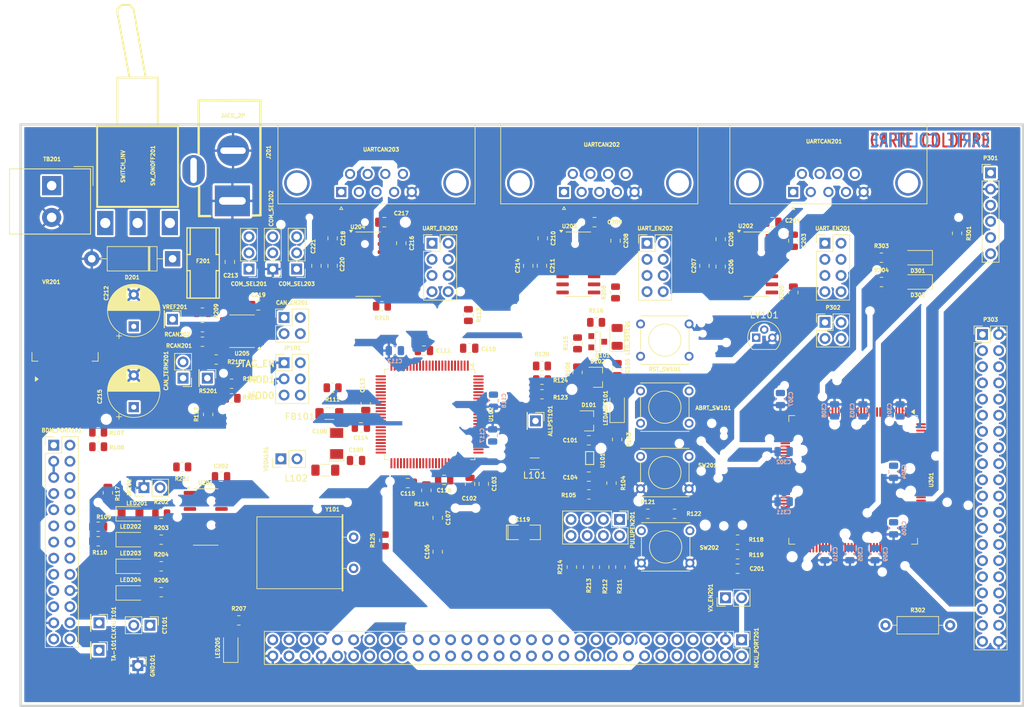
<source format=kicad_pcb>
(kicad_pcb (version 20241229) (generator "pcbnew") (generator_version "9.0")
  (title_block (title "Demo Kicad") (date "2015-10-09") (rev "2"))
  (layers (0 "F.Cu" signal "Top_layer") (4 "In1.Cu" signal) (6 "In2.Cu" signal) (2 "B.Cu" signal) (13 "F.Paste" user) (15 "B.Paste" user) (5 "F.SilkS" user "F.Silkscreen") (7 "B.SilkS" user "B.Silkscreen") (1 "F.Mask" user) (3 "B.Mask" user) (25 "Edge.Cuts" user))
  (net 0 "")
  (net 1 "/ALLPST")
  (net 2 "/AN2")
  (net 3 "/AN3")
  (net 4 "/AN4")
  (net 5 "/AN6")
  (net 6 "/BKPT-")
  (net 7 "Net-(BDM_PORT101-P22-Pad26)")
  (net 8 "/CLKMOD0")
  (net 9 "/CLKMOD1")
  (net 10 "/DDAT0")
  (net 11 "/DDAT1")
  (net 12 "/DDAT2")
  (net 13 "/DDAT3")
  (net 14 "/DSCLK")
  (net 15 "/DSI")
  (net 16 "/DSO")
  (net 17 "/DTIN1")
  (net 18 "/GPT1")
  (net 19 "/GPT3")
  (net 20 "/IRQ-5")
  (net 21 "/IRQ-6")
  (net 22 "/IRQ-7")
  (net 23 "/JTAG_EN")
  (net 24 "/PST0")
  (net 25 "/PST1")
  (net 26 "/PST2")
  (net 27 "/PST3")
  (net 28 "/QSPI_CS3")
  (net 29 "/TCLK")
  (net 30 "/VDDPLL")
  (net 31 "/inout_user/CAN_H")
  (net 32 "/inout_user/CAN_L")
  (net 33 "/inout_user/CTS0")
  (net 34 "/inout_user/CTS1")
  (net 35 "Net-(BDM_PORT101-P6)")
  (net 36 "/inout_user/RTS0")
  (net 37 "/inout_user/RTS1")
  (net 38 "/inout_user/RTS2")
  (net 39 "/inout_user/RXD0")
  (net 40 "/inout_user/RXD1")
  (net 41 "/inout_user/RXD2")
  (net 42 "/inout_user/RxD_CAN")
  (net 43 "/inout_user/TXD0")
  (net 44 "/inout_user/TXD1")
  (net 46 "/inout_user/TxD_CAN")
  (net 47 "/xilinx/+3,3V_OUT")
  (net 48 "/xilinx/LED_TEST1")
  (net 49 "/xilinx/LED_TEST2")
  (net 50 "/xilinx/TCK")
  (net 51 "/xilinx/TDI")
  (net 52 "/xilinx/TDO")
  (net 53 "/xilinx/TMS")
  (net 54 "/xilinx/XIL_D0")
  (net 55 "/xilinx/XIL_D1")
  (net 56 "/xilinx/XIL_D10")
  (net 57 "/xilinx/XIL_D11")
  (net 58 "/xilinx/XIL_D12")
  (net 59 "/xilinx/XIL_D13")
  (net 60 "/xilinx/XIL_D14")
  (net 61 "/xilinx/XIL_D15")
  (net 62 "/xilinx/XIL_D16")
  (net 63 "/xilinx/XIL_D17")
  (net 64 "/xilinx/XIL_D18")
  (net 65 "/xilinx/XIL_D19")
  (net 66 "/xilinx/XIL_D2")
  (net 67 "/xilinx/XIL_D20")
  (net 68 "/xilinx/XIL_D21")
  (net 69 "/xilinx/XIL_D22")
  (net 70 "/xilinx/XIL_D23")
  (net 71 "/xilinx/XIL_D24")
  (net 72 "/xilinx/XIL_D25")
  (net 73 "/xilinx/XIL_D26")
  (net 74 "/xilinx/XIL_D27")
  (net 75 "/xilinx/XIL_D28")
  (net 76 "/xilinx/XIL_D29")
  (net 77 "/xilinx/XIL_D3")
  (net 78 "/xilinx/XIL_D30")
  (net 79 "/xilinx/XIL_D31")
  (net 80 "/xilinx/XIL_D32")
  (net 81 "/xilinx/XIL_D33")
  (net 82 "/xilinx/XIL_D34")
  (net 83 "/xilinx/XIL_D35")
  (net 84 "/xilinx/XIL_D36")
  (net 85 "/xilinx/XIL_D4")
  (net 86 "/xilinx/XIL_D5")
  (net 87 "/xilinx/XIL_D6")
  (net 88 "/xilinx/XIL_D7")
  (net 89 "/xilinx/XIL_D8")
  (net 90 "/xilinx/XIL_D9")
  (net 91 "GND")
  (net 92 "GNDA")
  (net 93 "/AN0")
  (net 94 "/AN1")
  (net 95 "/QSPI_CS0")
  (net 96 "/AN5")
  (net 97 "/AN7")
  (net 98 "/IRQ-4")
  (net 99 "/DTIN0")
  (net 100 "/DTIN2")
  (net 101 "/DTIN3")
  (net 102 "/GPT0")
  (net 103 "/GPT2")
  (net 104 "+3.3V")
  (net 105 "/VCCA")
  (net 106 "/IRQ-1")
  (net 107 "/IRQ-2")
  (net 108 "/IRQ-3")
  (net 109 "/XTAL")
  (net 110 "/RCON-")
  (net 111 "/RSTO-")
  (net 112 "/RSTI-")
  (net 113 "/QSPI_CS1")
  (net 114 "/URTS1")
  (net 115 "/UCTS1")
  (net 116 "/QSPI_CLK")
  (net 117 "/DSPI_DOUT")
  (net 118 "/QSPI_DIN")
  (net 119 "/QSPI_CS2")
  (net 120 "/URXD1")
  (net 121 "/UTXD1")
  (net 122 "/PWM7")
  (net 123 "/PWM5")
  (net 124 "/PWM1")
  (net 125 "/PWM3")
  (net 126 "/URTS2")
  (net 127 "/UTXD2")
  (net 128 "/URXD2")
  (net 129 "/UCTS2")
  (net 130 "/CANRX")
  (net 131 "/CANTX")
  (net 132 "/URTS0")
  (net 133 "/UTXD0")
  (net 134 "/URXD0")
  (net 135 "/UCTS0")
  (net 136 "Net-(ABRT_SW101-Pad1)")
  (net 139 "Net-(C104-Pad1)")
  (net 140 "Net-(D102-K)")
  (net 141 "Net-(MCU_PORT201-P1)")
  (net 142 "Net-(U202-V+)")
  (net 143 "Net-(U202-C1+)")
  (net 144 "Net-(U202-C1-)")
  (net 145 "Net-(U202-C2+)")
  (net 146 "Net-(U202-C2-)")
  (net 147 "Net-(U202-V-)")
  (net 148 "Net-(U203-V+)")
  (net 149 "Net-(U203-C1+)")
  (net 150 "Net-(U203-C1-)")
  (net 151 "Net-(U203-C2+)")
  (net 152 "Net-(U203-C2-)")
  (net 153 "Net-(D201-K)")
  (net 154 "Net-(U203-V-)")
  (net 155 "Net-(U204-V+)")
  (net 156 "Net-(U204-C1+)")
  (net 157 "Net-(U204-C1-)")
  (net 158 "Net-(U204-C2+)")
  (net 159 "Net-(U204-C2-)")
  (net 160 "Net-(U204-V-)")
  (net 161 "Net-(CAN_TERM201-Pad2)")
  (net 162 "Net-(COM_SEL201-P3)")
  (net 163 "Net-(COM_SEL202-P3)")
  (net 164 "Net-(COM_SEL203-P3)")
  (net 165 "Net-(D101-K)")
  (net 166 "Net-(D301-A)")
  (net 167 "Net-(D302-A)")
  (net 168 "Net-(F201-Pad1)")
  (net 169 "Net-(TB201-P1)")
  (net 170 "Net-(L102-Pad1)")
  (net 171 "Net-(U201A-E)")
  (net 172 "Net-(LED201-A)")
  (net 173 "Net-(LED202-A)")
  (net 174 "Net-(LED203-A)")
  (net 175 "Net-(LED204-A)")
  (net 176 "Net-(LED205-A)")
  (net 177 "Net-(LEDABRT101-K)")
  (net 178 "Net-(LED_RST101-A)")
  (net 179 "Net-(PULUPEN201-Pad8)")
  (net 180 "Net-(PULUPEN201-Pad6)")
  (net 181 "Net-(PULUPEN201-Pad4)")
  (net 182 "Net-(PULUPEN201-Pad2)")
  (net 183 "Net-(U301-P11)")
  (net 184 "Net-(U301-P4)")
  (net 185 "Net-(Q101-B)")
  (net 186 "Net-(Q101-C)")
  (net 187 "Net-(U102-TEST)")
  (net 188 "Net-(U102-TCLK{slash}PSTCLK{slash}CLKOUT)")
  (net 189 "Net-(U201A-O)")
  (net 190 "Net-(U201B-O)")
  (net 191 "Net-(U201D-O)")
  (net 192 "Net-(U202-T2IN)")
  (net 193 "Net-(U201C-O)")
  (net 194 "Net-(U203-T2IN)")
  (net 195 "Net-(U205-Rsl)")
  (net 196 "Net-(U204-T1IN)")
  (net 197 "Net-(U202-R2OUT)")
  (net 198 "Net-(U202-T1IN)")
  (net 199 "Net-(U202-R1OUT)")
  (net 200 "Net-(U203-R2OUT)")
  (net 201 "Net-(U203-T1IN)")
  (net 202 "Net-(U203-R1OUT)")
  (net 203 "Net-(U204-R2OUT)")
  (net 204 "Net-(U204-T2IN)")
  (net 205 "Net-(U204-R1OUT)")
  (net 206 "Net-(U205-Vref)")
  (net 210 "/CLKIN{slash}EXTAL")
  (net 211 "/inout_user/TXD2{slash}CANL")
  (net 212 "/inout_user/CTS2{slash}CANH")
  (net 272 "Net-(UARTCAN201-P6)")
  (net 274 "Net-(UARTCAN202-P6)")
  (net 276 "Net-(UARTCAN203-P6)")
  (footprint "kit-dev-coldfire:SW_PUSH_SMALL" (layer "F.Cu") (at 172.339 100.33)
    (property "Reference" "ABRT_SW101")
    (property "Value" "SW_PUSH")
  )
  (footprint "kit-dev-coldfire:PinHeader_1x01_P2.54mm_Vertical" (layer "F.Cu") (at 152.019 102.489 -90)
    (property "Reference" "ALLPST101")
    (property "Value" "CONN_1")
  )
  (footprint "kit-dev-coldfire:PinHeader_2x13_P2.54mm_Vertical" (layer "F.Cu") (at 76.327 106.299)
    (property "Reference" "BDM_PORT101")
    (property "Value" "CONN_13X2")
  )
  (footprint "kit-dev-coldfire:C_0805_2012Metric" (layer "F.Cu") (at 136.652 117.729 -90)
    (property "Reference" "C107")
    (property "Value" "10pF")
  )
  (footprint "kit-dev-coldfire:C_0805_2012Metric" (layer "F.Cu") (at 136.652 123.063 90)
    (property "Reference" "C106")
    (property "Value" "10pF")
  )
  (footprint "kit-dev-coldfire:C_0805_2012Metric" (layer "F.Cu") (at 164.846 94.361 90)
    (property "Reference" "C105")
    (property "Value" "1nF")
  )
  (footprint "kit-dev-coldfire:C_0805_2012Metric" (layer "F.Cu") (at 141.605 91.059 180)
    (property "Reference" "C110")
    (property "Value" "100nF")
  )
  (footprint "kit-dev-coldfire:C_0805_2012Metric" (layer "F.Cu") (at 134.493 91.44 180)
    (property "Reference" "C111")
    (property "Value" "100nF")
  )
  (footprint "kit-dev-coldfire:C_0805_2012Metric" (layer "F.Cu") (at 125.349 99.822 -90)
    (property "Reference" "C113")
    (property "Value" "100nF")
  )
  (footprint "kit-dev-coldfire:C_0805_2012Metric" (layer "F.Cu") (at 124.587 103.505 180)
    (property "Reference" "C114")
    (property "Value" "100nF")
  )
  (footprint "kit-dev-coldfire:C_0805_2012Metric" (layer "F.Cu") (at 131.953 112.268 180)
    (property "Reference" "C115")
    (property "Value" "100nF")
  )
  (footprint "kit-dev-coldfire:C_0805_2012Metric" (layer "F.Cu") (at 137.668 111.76 180)
    (property "Reference" "C116")
    (property "Value" "100nF")
  )
  (footprint "kit-dev-coldfire:C_0805_2012Metric" (layer "F.Cu") (at 160.401 105.537)
    (property "Reference" "C101")
    (property "Value" "100nF")
  )
  (footprint "kit-dev-coldfire:C_0805_2012Metric" (layer "F.Cu") (at 160.401 111.252 180)
    (property "Reference" "C104")
    (property "Value" "100nF")
  )
  (footprint "kit-dev-coldfire:SM1206POL" (layer "F.Cu") (at 120.777 106.045 90)
    (property "Reference" "C108")
    (property "Value" "10uF" (hide yes))
  )
  (footprint "kit-dev-coldfire:SM1206POL" (layer "F.Cu") (at 150.241 120.015)
    (property "Reference" "C119")
    (property "Value" "100uF" (hide yes))
  )
  (footprint "kit-dev-coldfire:C_0805_2012Metric" (layer "F.Cu") (at 123.825 108.712)
    (property "Reference" "C109")
    (property "Value" "100nF")
  )
  (footprint "kit-dev-coldfire:C_0805_2012Metric" (layer "F.Cu") (at 141.732 112.395 -90)
    (property "Reference" "C102")
    (property "Value" "1nF")
  )
  (footprint "kit-dev-coldfire:C_0805_2012Metric" (layer "F.Cu") (at 143.891 112.395 -90)
    (property "Reference" "C103")
    (property "Value" "100nF")
  )
  (footprint "kit-dev-coldfire:C_0805_2012Metric" (layer "F.Cu") (at 192.532 74.168 -90)
    (property "Reference" "C203")
    (property "Value" "100nF")
  )
  (footprint "kit-dev-coldfire:C_0805_2012Metric" (layer "F.Cu") (at 189.23 71.247 180)
    (property "Reference" "C204")
    (property "Value" "100nF")
  )
  (footprint "kit-dev-coldfire:C_0805_2012Metric" (layer "F.Cu") (at 181.102 73.914 -90)
    (property "Reference" "C205")
    (property "Value" "100nF")
  )
  (footprint "kit-dev-coldfire:C_0805_2012Metric" (layer "F.Cu") (at 181.102 78.232 -90)
    (property "Reference" "C206")
    (property "Value" "100nF")
  )
  (footprint "kit-dev-coldfire:C_0805_2012Metric" (layer "F.Cu") (at 102.616 111.252)
    (property "Reference" "C202")
    (property "Value" "100nF")
  )
  (footprint "kit-dev-coldfire:C_0805_2012Metric" (layer "F.Cu") (at 178.562 78.105 90)
    (property "Reference" "C207")
    (property "Value" "100nF")
  )
  (footprint "kit-dev-coldfire:C_0805_2012Metric" (layer "F.Cu") (at 164.592 74.168 -90)
    (property "Reference" "C208")
    (property "Value" "100nF")
  )
  (footprint "kit-dev-coldfire:C_0805_2012Metric" (layer "F.Cu") (at 161.29 71.247 180)
    (property "Reference" "C209")
    (property "Value" "100nF")
  )
  (footprint "kit-dev-coldfire:C_0805_2012Metric" (layer "F.Cu") (at 153.162 73.787 -90)
    (property "Reference" "C210")
    (property "Value" "100nF")
  )
  (footprint "kit-dev-coldfire:C_0805_2012Metric" (layer "F.Cu") (at 153.035 78.105 -90)
    (property "Reference" "C211")
    (property "Value" "100nF")
  )
  (footprint "kit-dev-coldfire:C_0805_2012Metric" (layer "F.Cu") (at 150.876 78.105 90)
    (property "Reference" "C214")
    (property "Value" "100nF")
  )
  (footprint "kit-dev-coldfire:C_0805_2012Metric" (layer "F.Cu") (at 108.458 84.328)
    (property "Reference" "C219")
    (property "Value" "100nF")
  )
  (footprint "kit-dev-coldfire:C_0805_2012Metric" (layer "F.Cu") (at 128.27 71.247 180)
    (property "Reference" "C217")
    (property "Value" "100nF")
  )
  (footprint "kit-dev-coldfire:C_0805_2012Metric" (layer "F.Cu") (at 120.142 78.105 -90)
    (property "Reference" "C220")
    (property "Value" "100nF")
  )
  (footprint "kit-dev-coldfire:CP_Radial_D8.0mm_P5.00mm" (layer "F.Cu") (at 88.9 87.63 90)
    (property "Reference" "C212")
    (property "Value" "10uF")
  )
  (footprint "kit-dev-coldfire:CP_Radial_D8.0mm_P5.00mm" (layer "F.Cu") (at 88.9 100.33 90)
    (property "Reference" "C215")
    (property "Value" "220uF")
  )
  (footprint "kit-dev-coldfire:C_0805_2012Metric" (layer "F.Cu") (at 104 77.5 90)
    (property "Reference" "C213")
    (property "Value" "100nF")
  )
  (footprint "kit-dev-coldfire:C_0805_2012Metric" (layer "F.Cu") (at 183.769 125.73)
    (property "Reference" "C201")
    (property "Value" "100nF")
  )
  (footprint "kit-dev-coldfire:C_0805_2012Metric" (layer "F.Cu") (at 120.142 73.787 -90)
    (property "Reference" "C218")
    (property "Value" "100nF")
  )
  (footprint "kit-dev-coldfire:C_0805_2012Metric" (layer "F.Cu") (at 117.602 78.105 90)
    (property "Reference" "C221")
    (property "Value" "100nF")
  )
  (footprint "kit-dev-coldfire:C_0805_2012Metric" (layer "F.Cu") (at 130.937 74.549 -90)
    (property "Reference" "C216")
    (property "Value" "100nF")
  )
  (footprint "kit-dev-coldfire:PinHeader_1x02_P2.54mm_Vertical" (layer "F.Cu") (at 96.647 95.758 180)
    (property "Reference" "CAN_TERM201")
    (property "Value" "JUMPER")
  )
  (footprint "kit-dev-coldfire:PinHeader_1x01_P2.54mm_Vertical" (layer "F.Cu") (at 83.439 134.239 -90)
    (property "Reference" "CLKOUT101")
    (property "Value" "CONN_1")
  )
  (footprint "kit-dev-coldfire:PinHeader_1x03_P2.54mm_Vertical" (layer "F.Cu") (at 114.5 78.613 180)
    (property "Reference" "COM_SEL203")
    (property "Value" "CONN_3")
  )
  (footprint "kit-dev-coldfire:PinHeader_1x03_P2.54mm_Vertical" (layer "F.Cu") (at 110.744 78.613 180)
    (property "Reference" "COM_SEL202")
    (property "Value" "CONN_3")
  )
  (footprint "kit-dev-coldfire:PinHeader_1x02_P2.54mm_Vertical" (layer "F.Cu") (at 91.44 134.62 -90)
    (property "Reference" "CT101")
    (property "Value" "JUMPER")
  )
  (footprint "kit-dev-coldfire:D_SOT-23_ANK" (layer "F.Cu") (at 160.401 102.489)
    (property "Reference" "D101")
    (property "Value" "BAT54")
  )
  (footprint "kit-dev-coldfire:D_SOT-23_ANK" (layer "F.Cu") (at 161.798 95.631)
    (property "Reference" "D102")
    (property "Value" "BAT54")
  )
  (footprint "kit-dev-coldfire:D_DO-15_P12.70mm_Horizontal" (layer "F.Cu") (at 95 77 180)
    (property "Reference" "D201")
    (property "Value" "1N4004")
  )
  (footprint "kit-dev-coldfire:LED_1206_3216Metric" (layer "F.Cu") (at 212.09 76.835 180)
    (property "Reference" "D301")
    (property "Value" "LED")
  )
  (footprint "kit-dev-coldfire:LED_1206_3216Metric" (layer "F.Cu") (at 212.09 80.645 180)
    (property "Reference" "D302")
    (property "Value" "LED")
  )
  (footprint "kit-dev-coldfire:FSUPCMS" (layer "F.Cu") (at 99.8 77.6 -90)
    (property "Reference" "F201")
    (property "Value" "FUSE")
  )
  (footprint "kit-dev-coldfire:R_1206_3216Metric_Pad1.30x1.75mm_HandSolder" (layer "F.Cu") (at 119.634 101.346 180)
    (property "Reference" "FB101")
    (property "Value" "BEAD")
  )
  (footprint "kit-dev-coldfire:PinHeader_1x01_P2.54mm_Vertical" (layer "F.Cu") (at 89.535 140.97 -90)
    (property "Reference" "GND101")
    (property "Value" "CONN_1")
  )
  (footprint "kit-dev-coldfire:JACK_ALIM" (layer "F.Cu") (at 104.5 60 -90)
    (property "Reference" "J201")
    (property "Value" "JACK_2P")
  )
  (footprint "kit-dev-coldfire:R_1206_3216Metric_Pad1.30x1.75mm_HandSolder" (layer "F.Cu") (at 118.999 110.236)
    (property "Reference" "L102")
    (property "Value" "10uH")
  )
  (footprint "kit-dev-coldfire:R_1206_3216Metric_Pad1.30x1.75mm_HandSolder" (layer "F.Cu") (at 151.892 109.22 180)
    (property "Reference" "L101")
    (property "Value" "10uH")
  )
  (footprint "kit-dev-coldfire:LED_1206_3216Metric" (layer "F.Cu") (at 88.392 117.094)
    (property "Reference" "LED201")
    (property "Value" "LED")
  )
  (footprint "kit-dev-coldfire:LED_1206_3216Metric" (layer "F.Cu") (at 88.392 121.158)
    (property "Reference" "LED202")
    (property "Value" "LED")
  )
  (footprint "kit-dev-coldfire:LED_1206_3216Metric" (layer "F.Cu") (at 88.392 125.349)
    (property "Reference" "LED203")
    (property "Value" "LED")
  )
  (footprint "kit-dev-coldfire:LED_1206_3216Metric" (layer "F.Cu") (at 88.392 129.54)
    (property "Reference" "LED204")
    (property "Value" "LED")
  )
  (footprint "kit-dev-coldfire:LED_1206_3216Metric" (layer "F.Cu") (at 104.14 138.176 90)
    (property "Reference" "LED205")
    (property "Value" "LED")
  )
  (footprint "kit-dev-coldfire:LED_1206_3216Metric" (layer "F.Cu") (at 164.846 100.457 90)
    (property "Reference" "LEDABRT101")
    (property "Value" "LED_RED")
  )
  (footprint "kit-dev-coldfire:TO-92" (layer "F.Cu") (at 186.69 89.408)
    (property "Reference" "LV101")
    (property "Value" "DS1818")
  )
  (footprint "kit-dev-coldfire:PinHeader_2x30_P2.54mm_Vertical" (layer "F.Cu") (at 184.404 136.906 -90)
    (property "Reference" "MCU_PORT201")
    (property "Value" "CONN_30X2")
  )
  (footprint "kit-dev-coldfire:PinHeader_1x06_P2.54mm_Vertical" (layer "F.Cu") (at 223.52 63.5)
    (property "Reference" "P301")
    (property "Value" "CONN_6")
  )
  (footprint "kit-dev-coldfire:PinHeader_2x20_P2.54mm_Vertical" (layer "F.Cu") (at 222.25 88.9)
    (property "Reference" "P303")
    (property "Value" "CONN_20X2")
  )
  (footprint "kit-dev-coldfire:PinHeader_2x04_P2.54mm_Vertical" (layer "F.Cu") (at 165.227 117.983 -90)
    (property "Reference" "PULUPEN201")
    (property "Value" "CONN_4X2")
  )
  (footprint "kit-dev-coldfire:SOT23EBC" (layer "F.Cu") (at 161.798 90.043 90)
    (property "Reference" "Q101")
    (property "Value" "3906" (hide yes))
  )
  (footprint "kit-dev-coldfire:R_0805_2012Metric" (layer "F.Cu") (at 128.27 121.285 90)
    (property "Reference" "R125")
    (property "Value" "1M")
  )
  (footprint "kit-dev-coldfire:R_0805_2012Metric" (layer "F.Cu") (at 104.267 96.647)
    (property "Reference" "R102")
    (property "Value" "4,7K")
  )
  (footprint "kit-dev-coldfire:R_0805_2012Metric" (layer "F.Cu") (at 183.769 121.158 180)
    (property "Reference" "R118")
    (property "Value" "10K")
  )
  (footprint "kit-dev-coldfire:R_0805_2012Metric" (layer "F.Cu") (at 183.769 123.444 180)
    (property "Reference" "R119")
    (property "Value" "10K")
  )
  (footprint "kit-dev-coldfire:R_0805_2012Metric" (layer "F.Cu") (at 153.035 93.853)
    (property "Reference" "R120")
    (property "Value" "10K")
  )
  (footprint "kit-dev-coldfire:R_0805_2012Metric" (layer "F.Cu") (at 163.957 112.268 -90)
    (property "Reference" "R104")
    (property "Value" "1K")
  )
  (footprint "kit-dev-coldfire:R_0805_2012Metric" (layer "F.Cu") (at 169.672 117.094)
    (property "Reference" "R121")
    (property "Value" "10K")
  )
  (footprint "kit-dev-coldfire:R_0805_2012Metric" (layer "F.Cu") (at 141.478 85.852 90)
    (property "Reference" "R113")
    (property "Value" "0")
  )
  (footprint "kit-dev-coldfire:R_0805_2012Metric" (layer "F.Cu") (at 173.863 117.094 180)
    (property "Reference" "R122")
    (property "Value" "10K")
  )
  (footprint "kit-dev-coldfire:R_0805_2012Metric" (layer "F.Cu") (at 153.035 98.298)
    (property "Reference" "R123")
    (property "Value" "10K")
  )
  (footprint "kit-dev-coldfire:R_0805_2012Metric" (layer "F.Cu") (at 160.401 114.046 180)
    (property "Reference" "R105")
    (property "Value" "20K")
  )
  (footprint "kit-dev-coldfire:R_0805_2012Metric" (layer "F.Cu") (at 153.035 96.012)
    (property "Reference" "R124")
    (property "Value" "10K")
  )
  (footprint "kit-dev-coldfire:R_0805_2012Metric" (layer "F.Cu") (at 164.846 105.41 -90)
    (property "Reference" "R103")
    (property "Value" "270")
  )
  (footprint "kit-dev-coldfire:R_0805_2012Metric" (layer "F.Cu") (at 158.623 94.869 90)
    (property "Reference" "R106")
    (property "Value" "4,7K")
  )
  (footprint "kit-dev-coldfire:R_0805_2012Metric" (layer "F.Cu") (at 120.142 97.282 180)
    (property "Reference" "R111")
    (property "Value" "4,7K")
  )
  (footprint "kit-dev-coldfire:R_0805_2012Metric" (layer "F.Cu") (at 83.312 104.267 180)
    (property "Reference" "R107")
    (property "Value" "4,7K")
  )
  (footprint "kit-dev-coldfire:R_0805_2012Metric" (layer "F.Cu") (at 83.312 106.553 180)
    (property "Reference" "R108")
    (property "Value" "4,7K")
  )
  (footprint "kit-dev-coldfire:R_0805_2012Metric" (layer "F.Cu") (at 83.312 119.126 180)
    (property "Reference" "R109")
    (property "Value" "4,7K")
  )
  (footprint "kit-dev-coldfire:R_0805_2012Metric" (layer "F.Cu") (at 83.312 121.412 180)
    (property "Reference" "R110")
    (property "Value" "4,7K")
  )
  (footprint "kit-dev-coldfire:R_0805_2012Metric" (layer "F.Cu") (at 158.623 90.297 90)
    (property "Reference" "R115")
    (property "Value" "4.7K")
  )
  (footprint "kit-dev-coldfire:R_0805_2012Metric" (layer "F.Cu") (at 161.544 86.995)
    (property "Reference" "R116")
    (property "Value" "270")
  )
  (footprint "kit-dev-coldfire:R_0805_2012Metric" (layer "F.Cu") (at 127.889 84.455 180)
    (property "Reference" "R215")
    (property "Value" "10K")
  )
  (footprint "kit-dev-coldfire:R_0805_2012Metric" (layer "F.Cu") (at 104.267 98.933)
    (property "Reference" "R101")
    (property "Value" "4,7K")
  )
  (footprint "kit-dev-coldfire:R_0805_2012Metric" (layer "F.Cu") (at 84.836 113.792 -90)
    (property "Reference" "R117")
    (property "Value" "10K")
  )
  (footprint "kit-dev-coldfire:R_0805_2012Metric" (layer "F.Cu") (at 93.218 117.094)
    (property "Reference" "R202")
    (property "Value" "270")
  )
  (footprint "kit-dev-coldfire:R_0805_2012Metric" (layer "F.Cu") (at 192.532 82.296 90)
    (property "Reference" "R205")
    (property "Value" "10K")
  )
  (footprint "kit-dev-coldfire:R_0805_2012Metric" (layer "F.Cu") (at 93.218 121.158)
    (property "Reference" "R203")
    (property "Value" "270")
  )
  (footprint "kit-dev-coldfire:R_0805_2012Metric" (layer "F.Cu") (at 93.218 125.349)
    (property "Reference" "R204")
    (property "Value" "270")
  )
  (footprint "kit-dev-coldfire:R_0805_2012Metric" (layer "F.Cu") (at 93.218 129.413)
    (property "Reference" "R206")
    (property "Value" "270")
  )
  (footprint "kit-dev-coldfire:R_0805_2012Metric" (layer "F.Cu") (at 96.52 109.728 180)
    (property "Reference" "R201")
    (property "Value" "10K")
  )
  (footprint "kit-dev-coldfire:R_0805_2012Metric" (layer "F.Cu") (at 164.592 82.296 90)
    (property "Reference" "R208")
    (property "Value" "10K")
  )
  (footprint "kit-dev-coldfire:R_0805_2012Metric" (layer "F.Cu") (at 101.854 92.837)
    (property "Reference" "R210")
    (property "Value" "1K")
  )
  (footprint "kit-dev-coldfire:R_0805_2012Metric" (layer "F.Cu") (at 99.695 85.471 180)
    (property "Reference" "R209")
    (property "Value" "62")
  )
  (footprint "kit-dev-coldfire:R_0805_2012Metric" (layer "F.Cu") (at 100.584 101.473 90)
    (property "Reference" "R112")
    (property "Value" "4,7K")
  )
  (footprint "kit-dev-coldfire:R_0805_2012Metric" (layer "F.Cu") (at 134.874 113.411 -90)
    (property "Reference" "R114")
    (property "Value" "22")
  )
  (footprint "kit-dev-coldfire:R_0805_2012Metric" (layer "F.Cu") (at 157.734 125.476 90)
    (property "Reference" "R214")
    (property "Value" "4,7K")
  )
  (footprint "kit-dev-coldfire:R_0805_2012Metric" (layer "F.Cu") (at 160.274 125.476 90)
    (property "Reference" "R213")
    (property "Value" "4,7K")
  )
  (footprint "kit-dev-coldfire:R_0805_2012Metric" (layer "F.Cu") (at 162.814 125.476 90)
    (property "Reference" "R212")
    (property "Value" "4,7K")
  )
  (footprint "kit-dev-coldfire:R_0805_2012Metric" (layer "F.Cu") (at 165.354 125.476 90)
    (property "Reference" "R211")
    (property "Value" "4,7K")
  )
  (footprint "kit-dev-coldfire:R_0805_2012Metric" (layer "F.Cu") (at 105.41 133.858)
    (property "Reference" "R207")
    (property "Value" "270")
  )
  (footprint "kit-dev-coldfire:R_0805_2012Metric" (layer "F.Cu") (at 218.25 73 -90)
    (property "Reference" "R301")
    (property "Value" "4K7")
  )
  (footprint "kit-dev-coldfire:R_0805_2012Metric" (layer "F.Cu") (at 206.375 76.835)
    (property "Reference" "R303")
    (property "Value" "1K")
  )
  (footprint "kit-dev-coldfire:R_0805_2012Metric" (layer "F.Cu") (at 206.375 80.645)
    (property "Reference" "R304")
    (property "Value" "1K")
  )
  (footprint "kit-dev-coldfire:R_Axial_DIN0207_L6.3mm_D2.5mm_P10.16mm_Horizontal" (layer "F.Cu") (at 207.01 134.62)
    (property "Reference" "R302")
    (property "Value" "3,3")
  )
  (footprint "kit-dev-coldfire:R_0805_2012Metric" (layer "F.Cu") (at 99.695 87.757)
    (property "Reference" "RCAN202")
    (property "Value" "R")
  )
  (footprint "kit-dev-coldfire:R_0805_2012Metric" (layer "F.Cu") (at 99.695 90.043)
    (property "Reference" "RCAN201")
    (property "Value" "R")
  )
  (footprint "kit-dev-coldfire:LED_1206_3216Metric" (layer "F.Cu") (at 164.846 89.281 90)
    (property "Reference" "LED_RST101")
    (property "Value" "LED_RED")
  )
  (footprint "kit-dev-coldfire:PinHeader_1x01_P2.54mm_Vertical" (layer "F.Cu") (at 100.457 95.758 -90)
    (property "Reference" "RS201")
    (property "Value" "CONN_1")
  )
  (footprint "kit-dev-coldfire:SW_PUSH_SMALL" (layer "F.Cu") (at 172.339 89.789 180)
    (property "Reference" "RST_SW101")
    (property "Value" "SW_PUSH")
  )
  (footprint "kit-dev-coldfire:SW_PUSH_SMALL" (layer "F.Cu") (at 172.339 110.617)
    (property "Reference" "SW201")
    (property "Value" "SW_PUSH")
  )
  (footprint "kit-dev-coldfire:SW_PUSH_SMALL" (layer "F.Cu") (at 172.466 122.301)
    (property "Reference" "SW202")
    (property "Value" "SW_PUSH")
  )
  (footprint "kit-dev-coldfire:SW_SPDT" (layer "F.Cu") (at 89.5 71.374 90)
    (property "Reference" "SW_ONOFF201")
    (property "Value" "SWITCH_INV")
  )
  (footprint "kit-dev-coldfire:PinHeader_1x01_P2.54mm_Vertical" (layer "F.Cu") (at 83.439 138.557 -90)
    (property "Reference" "TA-101")
    (property "Value" "CONN_1")
  )
  (footprint "kit-dev-coldfire:Altech_AK300_1x02_P5.00mm_45-Degree" (layer "F.Cu") (at 76 65.5 -90)
    (property "Reference" "TB201")
    (property "Value" "CONN_2")
  )
  (footprint "kit-dev-coldfire:LQFP-100_14x14mm_P0.5mm" (layer "F.Cu") (at 135.382 101.473 -90)
    (property "Reference" "U102")
    (property "Value" "MCF5213-LQFP100")
  )
  (footprint "kit-dev-coldfire:SOT353" (layer "F.Cu") (at 160.528 108.331)
    (property "Reference" "U101")
    (property "Value" "74AHC1G14" (hide yes))
  )
  (footprint "kit-dev-coldfire:SOIC-16_3.9x9.9mm_P1.27mm" (layer "F.Cu") (at 186.69 77.851)
    (property "Reference" "U202")
    (property "Value" "MAX202")
  )
  (footprint "kit-dev-coldfire:SOIC-16_3.9x9.9mm_P1.27mm" (layer "F.Cu") (at 158.75 77.851)
    (property "Reference" "U203")
    (property "Value" "MAX202")
  )
  (footprint "kit-dev-coldfire:SOIC-8_3.9x4.9mm_P1.27mm" (layer "F.Cu") (at 105.918 88.392 180)
    (property "Reference" "U205")
    (property "Value" "PCA82C251")
  )
  (footprint "kit-dev-coldfire:SOIC-16_3.9x9.9mm_P1.27mm" (layer "F.Cu") (at 125.73 77.851)
    (property "Reference" "U204")
    (property "Value" "MAX202")
  )
  (footprint "kit-dev-coldfire:PinHeader_2x04_P2.54mm_Vertical" (layer "F.Cu") (at 197.485 74.549)
    (property "Reference" "UART_EN201")
    (property "Value" "CONN_4X2")
  )
  (footprint "kit-dev-coldfire:PinHeader_2x04_P2.54mm_Vertical" (layer "F.Cu") (at 169.545 74.549)
    (property "Reference" "UART_EN202")
    (property "Value" "CONN_4X2")
  )
  (footprint "kit-dev-coldfire:PinHeader_2x04_P2.54mm_Vertical" (layer "F.Cu") (at 135.763 74.549)
    (property "Reference" "UART_EN203")
    (property "Value" "CONN_4X2")
  )
  (footprint "kit-dev-coldfire:PinHeader_1x02_P2.54mm_Vertical" (layer "F.Cu") (at 112.014 108.458 90)
    (property "Reference" "VDDA101")
    (property "Value" "JUMPER")
  )
  (footprint "kit-dev-coldfire:TO-263-5_TabPin3" (layer "F.Cu") (at 78.105 88.265 90)
    (property "Reference" "VR201")
    (property "Value" "LT1129_QPACK")
  )
  (footprint "kit-dev-coldfire:Crystal_HC18-U_Horizontal" (layer "F.Cu") (at 123.444 120.777 -90)
    (property "Reference" "Y101")
    (property "Value" "8MHz")
  )
  (footprint "kit-dev-coldfire:TQFP-144_20x20mm_P0.5mm" (layer "F.Cu") (at 201.93 111.76 -90)
    (property "Reference" "U301")
    (property "Value" "XCR3256-TQ144")
  )
  (footprint "kit-dev-coldfire:PinHeader_2x02_P2.54mm_Vertical" (layer "F.Cu") (at 112.522 86.233)
    (property "Reference" "CAN_EN201")
    (property "Value" "CONN_2X2")
  )
  (footprint "kit-dev-coldfire:PinHeader_1x02_P2.54mm_Vertical" (layer "F.Cu") (at 181.864 130.302 90)
    (property "Reference" "VX_EN201")
    (property "Value" "JUMPER")
  )
  (footprint "kit-dev-coldfire:SOIC-14_3.9x8.7mm_P1.27mm" (layer "F.Cu") (at 100.203 117.602)
    (property "Reference" "U201")
    (property "Value" "74HC125")
  )
  (footprint "kit-dev-coldfire:PinHeader_2x03_P2.54mm_Vertical" (layer "F.Cu") (at 112.522 93.345)
    (property "Reference" "JP101")
    (property "Value" "JUMPER_TRIPLE")
  )
  (footprint "kit-dev-coldfire:PinHeader_2x02_P2.54mm_Vertical" (layer "F.Cu") (at 197.5 87)
    (property "Reference" "P302")
    (property "Value" "CONN_2X2")
  )
  (footprint "kit-dev-coldfire:PinHeader_1x03_P2.54mm_Vertical" (layer "F.Cu") (at 107 78.613 180)
    (property "Reference" "COM_SEL201")
    (property "Value" "CONN_3")
  )
  (footprint "kit-dev-coldfire:PinHeader_1x02_P2.54mm_Vertical" (layer "F.Cu") (at 90.5 113 90)
    (property "Reference" "JP201")
    (property "Value" "JUMPER")
  )
  (footprint "kit-dev-coldfire:DSUB-9_Female_Horizontal_P2.77x2.84mm_EdgePinOffset7.70mm_Housed_MountingHolesOffset9.12mm" (layer "F.Cu") (at 192.5 66.5 180)
    (property "Reference" "UARTCAN201")
    (property "Value" "DB9")
  )
  (footprint "kit-dev-coldfire:DSUB-9_Female_Horizontal_P2.77x2.84mm_EdgePinOffset7.70mm_Housed_MountingHolesOffset9.12mm" (layer "F.Cu") (at 156.5 66.5 180)
    (property "Reference" "UARTCAN202")
    (property "Value" "DB9")
  )
  (footprint "kit-dev-coldfire:DSUB-9_Female_Horizontal_P2.77x2.84mm_EdgePinOffset7.70mm_Housed_MountingHolesOffset9.12mm" (layer "F.Cu") (at 121.5 66.5 180)
    (property "Reference" "UARTCAN203")
    (property "Value" "DB9")
  )
  (footprint "kit-dev-coldfire:PinHeader_1x01_P2.54mm_Vertical" (layer "F.Cu") (at 95 86.5 -90)
    (property "Reference" "VREF201")
    (property "Value" "CONN_1")
  )
  (footprint "kit-dev-coldfire:C_0805_2012Metric" (layer "B.Cu") (at 129.921 91.44 180)
    (property "Reference" "C112")
    (property "Value" "100nF")
  )
  (footprint "kit-dev-coldfire:C_0805_2012Metric" (layer "B.Cu") (at 145.288 104.775 90)
    (property "Reference" "C117")
    (property "Value" "100nF")
  )
  (footprint "kit-dev-coldfire:C_0805_2012Metric" (layer "B.Cu") (at 145.415 99.314 -90)
    (property "Reference" "C118")
    (property "Value" "100nF")
  )
  (footprint "kit-dev-coldfire:C_0805_2012Metric" (layer "B.Cu") (at 209.296 100.838 90)
    (property "Reference" "C301")
    (property "Value" "100nF")
  )
  (footprint "kit-dev-coldfire:C_0805_2012Metric" (layer "B.Cu") (at 191.008 107.315 180)
    (property "Reference" "C302")
    (property "Value" "100nF")
  )
  (footprint "kit-dev-coldfire:C_0805_2012Metric" (layer "B.Cu") (at 203.454 100.838 90)
    (property "Reference" "C303")
    (property "Value" "100nF")
  )
  (footprint "kit-dev-coldfire:C_0805_2012Metric" (layer "B.Cu") (at 208.28 110.49 -90)
    (property "Reference" "C304")
    (property "Value" "100nF")
  )
  (footprint "kit-dev-coldfire:C_0805_2012Metric" (layer "B.Cu") (at 201.422 123.444 -90)
    (property "Reference" "C305")
    (property "Value" "100nF")
  )
  (footprint "kit-dev-coldfire:C_0805_2012Metric" (layer "B.Cu") (at 208.28 119.38 -90)
    (property "Reference" "C306")
    (property "Value" "100nF")
  )
  (footprint "kit-dev-coldfire:C_0805_2012Metric" (layer "B.Cu") (at 190.5 99.06 -90)
    (property "Reference" "C307")
    (property "Value" "100nF")
  )
  (footprint "kit-dev-coldfire:C_0805_2012Metric" (layer "B.Cu") (at 199.009 100.838 90)
    (property "Reference" "C308")
    (property "Value" "100nF")
  )
  (footprint "kit-dev-coldfire:C_0805_2012Metric" (layer "B.Cu") (at 205.359 123.444 -90)
    (property "Reference" "C309")
    (property "Value" "100nF")
  )
  (footprint "kit-dev-coldfire:C_0805_2012Metric" (layer "B.Cu") (at 197.485 123.444 -90)
    (property "Reference" "C310")
    (property "Value" "100nF")
  )
  (footprint "kit-dev-coldfire:C_0805_2012Metric" (layer "B.Cu") (at 191.008 115.189 180)
    (property "Reference" "C311")
    (property "Value" "100nF")
  )
  (gr_line (start 71.12 147.32) (end 228.6 147.32) (stroke (width 0.381)) (layer "Edge.Cuts"))
  (gr_line (start 71.12 55.88) (end 71.12 147.32) (stroke (width 0.381)) (layer "Edge.Cuts"))
  (gr_line (start 228.6 55.88) (end 228.6 147.32) (stroke (width 0.381)) (layer "Edge.Cuts"))
  (gr_line (start 228.6 55.88) (end 71.12 55.88) (stroke (width 0.381)) (layer "Edge.Cuts"))
  (gr_text "CARTE COLDFIRE" (at 213.995 58.42 0) (layer "F.Cu") (effects (font (size 2.032 1.524) (thickness 0.3048))))
  (gr_text "CARTE COLDFIRE" (at 213.995 58.42 0) (layer "B.Cu") (effects (font (size 2.032 1.524) (thickness 0.3048)) (justify mirror)))
  (gr_text "JTAG_EN\n" (at 108 93.5 0) (layer "F.SilkS") (effects (font (size 1 1) (thickness 0.2))))
  (gr_text "MOD1" (at 109 96 0) (layer "F.SilkS") (effects (font (size 1 1) (thickness 0.2))))
  (gr_text "MOD0" (at 108.9 98.5 0) (layer "F.SilkS") (effects (font (size 1 1) (thickness 0.2))))
  (zone (net 91) (net_name "GND") (layer "B.Cu") (connect_pads (clearance 0.3)) (min_thickness 0.25) (fill yes (thermal_gap 0.381) (thermal_bridge_width 0.381))
    (polygon (pts (xy 71.7 56.3) (xy 228.2 56.3) (xy 228.2 146.7) (xy 71.7 146.7) (xy 71.7 146.4)))
  )
)
</source>
